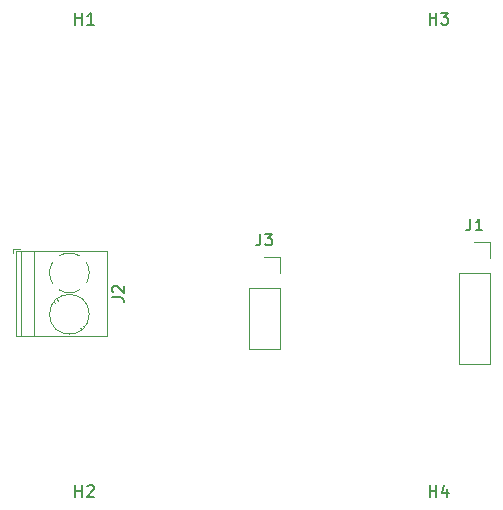
<source format=gbr>
G04 #@! TF.GenerationSoftware,KiCad,Pcbnew,5.1.4-e60b266~84~ubuntu18.04.1*
G04 #@! TF.CreationDate,2019-09-29T09:52:18-04:00*
G04 #@! TF.ProjectId,hotspot,686f7473-706f-4742-9e6b-696361645f70,rev?*
G04 #@! TF.SameCoordinates,Original*
G04 #@! TF.FileFunction,Legend,Top*
G04 #@! TF.FilePolarity,Positive*
%FSLAX46Y46*%
G04 Gerber Fmt 4.6, Leading zero omitted, Abs format (unit mm)*
G04 Created by KiCad (PCBNEW 5.1.4-e60b266~84~ubuntu18.04.1) date 2019-09-29 09:52:18*
%MOMM*%
%LPD*%
G04 APERTURE LIST*
%ADD10C,0.120000*%
%ADD11C,0.150000*%
G04 APERTURE END LIST*
D10*
X31690000Y-17780000D02*
X34350000Y-17780000D01*
X31690000Y-17780000D02*
X31690000Y-25460000D01*
X31690000Y-25460000D02*
X34350000Y-25460000D01*
X34350000Y-17780000D02*
X34350000Y-25460000D01*
X34350000Y-15180000D02*
X34350000Y-16510000D01*
X33020000Y-15180000D02*
X34350000Y-15180000D01*
X13910000Y-19050000D02*
X16570000Y-19050000D01*
X13910000Y-19050000D02*
X13910000Y-24190000D01*
X13910000Y-24190000D02*
X16570000Y-24190000D01*
X16570000Y-19050000D02*
X16570000Y-24190000D01*
X16570000Y-16450000D02*
X16570000Y-17780000D01*
X15240000Y-16450000D02*
X16570000Y-16450000D01*
X-2694721Y-18670264D02*
G75*
G02X-2950000Y-17780000I1424721J890264D01*
G01*
X-379807Y-19205505D02*
G75*
G02X-2161000Y-19205000I-890193J1425505D01*
G01*
X155358Y-16890106D02*
G75*
G02X170000Y-18646000I-1425358J-889894D01*
G01*
X-2159894Y-16354642D02*
G75*
G02X-404000Y-16340000I889894J-1425358D01*
G01*
X-2950099Y-17808674D02*
G75*
G02X-2710000Y-16914000I1680099J28674D01*
G01*
X410000Y-21280000D02*
G75*
G03X410000Y-21280000I-1680000J0D01*
G01*
X-5370000Y-15970000D02*
X-5370000Y-23090000D01*
X-4270000Y-15970000D02*
X-4270000Y-23090000D01*
X1890000Y-15970000D02*
X1890000Y-23090000D01*
X-5830000Y-15970000D02*
X-5830000Y-23090000D01*
X1890000Y-15970000D02*
X-5830000Y-15970000D01*
X1890000Y-23090000D02*
X-5830000Y-23090000D01*
X-201000Y-22555000D02*
X-329000Y-22426000D01*
X-2451000Y-20305000D02*
X-2544000Y-20211000D01*
X5000Y-22350000D02*
X-89000Y-22256000D01*
X-2211000Y-20135000D02*
X-2339000Y-20006000D01*
X-5430000Y-15730000D02*
X-6070000Y-15730000D01*
X-6070000Y-15730000D02*
X-6070000Y-16130000D01*
D11*
X32686666Y-13192380D02*
X32686666Y-13906666D01*
X32639047Y-14049523D01*
X32543809Y-14144761D01*
X32400952Y-14192380D01*
X32305714Y-14192380D01*
X33686666Y-14192380D02*
X33115238Y-14192380D01*
X33400952Y-14192380D02*
X33400952Y-13192380D01*
X33305714Y-13335238D01*
X33210476Y-13430476D01*
X33115238Y-13478095D01*
X14906666Y-14462380D02*
X14906666Y-15176666D01*
X14859047Y-15319523D01*
X14763809Y-15414761D01*
X14620952Y-15462380D01*
X14525714Y-15462380D01*
X15287619Y-14462380D02*
X15906666Y-14462380D01*
X15573333Y-14843333D01*
X15716190Y-14843333D01*
X15811428Y-14890952D01*
X15859047Y-14938571D01*
X15906666Y-15033809D01*
X15906666Y-15271904D01*
X15859047Y-15367142D01*
X15811428Y-15414761D01*
X15716190Y-15462380D01*
X15430476Y-15462380D01*
X15335238Y-15414761D01*
X15287619Y-15367142D01*
X2342380Y-19863333D02*
X3056666Y-19863333D01*
X3199523Y-19910952D01*
X3294761Y-20006190D01*
X3342380Y-20149047D01*
X3342380Y-20244285D01*
X2437619Y-19434761D02*
X2390000Y-19387142D01*
X2342380Y-19291904D01*
X2342380Y-19053809D01*
X2390000Y-18958571D01*
X2437619Y-18910952D01*
X2532857Y-18863333D01*
X2628095Y-18863333D01*
X2770952Y-18910952D01*
X3342380Y-19482380D01*
X3342380Y-18863333D01*
X-761904Y3247619D02*
X-761904Y4247619D01*
X-761904Y3771428D02*
X-190476Y3771428D01*
X-190476Y3247619D02*
X-190476Y4247619D01*
X809523Y3247619D02*
X238095Y3247619D01*
X523809Y3247619D02*
X523809Y4247619D01*
X428571Y4104761D01*
X333333Y4009523D01*
X238095Y3961904D01*
X-761904Y-36752380D02*
X-761904Y-35752380D01*
X-761904Y-36228571D02*
X-190476Y-36228571D01*
X-190476Y-36752380D02*
X-190476Y-35752380D01*
X238095Y-35847619D02*
X285714Y-35800000D01*
X380952Y-35752380D01*
X619047Y-35752380D01*
X714285Y-35800000D01*
X761904Y-35847619D01*
X809523Y-35942857D01*
X809523Y-36038095D01*
X761904Y-36180952D01*
X190476Y-36752380D01*
X809523Y-36752380D01*
X29238095Y3247619D02*
X29238095Y4247619D01*
X29238095Y3771428D02*
X29809523Y3771428D01*
X29809523Y3247619D02*
X29809523Y4247619D01*
X30190476Y4247619D02*
X30809523Y4247619D01*
X30476190Y3866666D01*
X30619047Y3866666D01*
X30714285Y3819047D01*
X30761904Y3771428D01*
X30809523Y3676190D01*
X30809523Y3438095D01*
X30761904Y3342857D01*
X30714285Y3295238D01*
X30619047Y3247619D01*
X30333333Y3247619D01*
X30238095Y3295238D01*
X30190476Y3342857D01*
X29238095Y-36752380D02*
X29238095Y-35752380D01*
X29238095Y-36228571D02*
X29809523Y-36228571D01*
X29809523Y-36752380D02*
X29809523Y-35752380D01*
X30714285Y-36085714D02*
X30714285Y-36752380D01*
X30476190Y-35704761D02*
X30238095Y-36419047D01*
X30857142Y-36419047D01*
M02*

</source>
